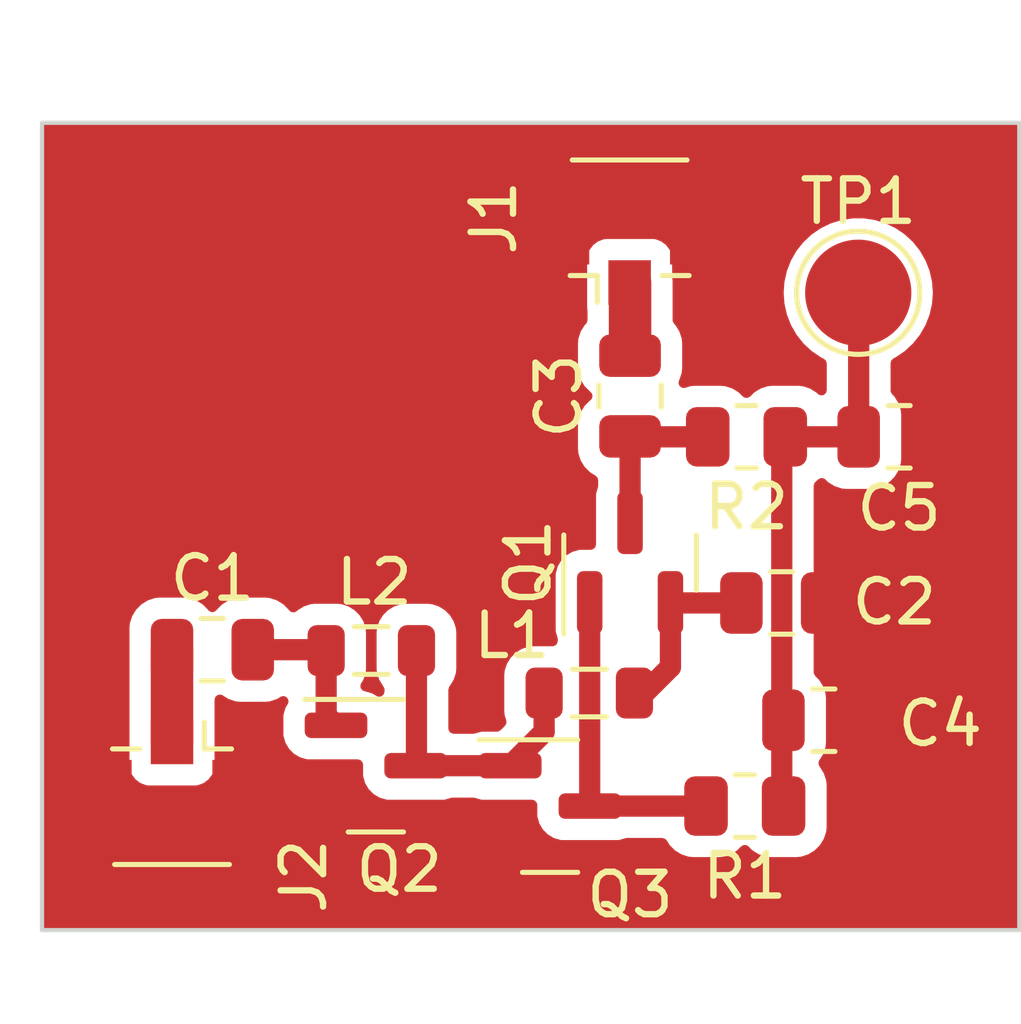
<source format=kicad_pcb>
(kicad_pcb (version 20221018) (generator pcbnew)
  (layers (0 "F.Cu" signal) (31 "B.Cu" signal) (34 "B.Paste" user) (35 "F.Paste" user) (36 "B.SilkS" user "B.Silkscreen") (37 "F.SilkS" user "F.Silkscreen") (38 "B.Mask" user) (39 "F.Mask" user) (44 "Edge.Cuts" user))
  (net 0 "")
  (net 1 "Net-(J2-In)")
  (net 2 "Net-(Q2-B)")
  (net 3 "Net-(Q1-E)")
  (net 4 "Earth")
  (net 5 "Net-(Q1-C)")
  (net 6 "Net-(J1-In)")
  (net 7 "Net-(C4-Pad2)")
  (net 8 "Net-(Q2-C)")
  (net 9 "Net-(Q1-B)")
  (footprint "Package_TO_SOT_SMD:SOT-23" (layer "F.Cu") (at 98.84 68.35 90)
    (fp_text reference "Q1" (at 0 -2.4 90) (layer "F.SilkS"))
    (fp_text value "BC848")
    (fp_line (start 0 -1.56) (end -1.675 -1.56) (stroke (width 0.12)) (layer "F.SilkS"))
    (fp_line (start 0 -1.56) (end 0.65 -1.56) (stroke (width 0.12)) (layer "F.SilkS"))
    (fp_line (start 0 1.56) (end -0.65 1.56) (stroke (width 0.12)) (layer "F.SilkS"))
    (fp_line (start 0 1.56) (end 0.65 1.56) (stroke (width 0.12)) (layer "F.SilkS"))
    (pad "1" smd roundrect (at -0.9375 -0.95 90) (size 1.475 0.6) (layers "F.Cu" "F.Paste" "F.Mask") (net 9 "Net-(Q1-B)"))
    (pad "2" smd roundrect (at -0.9375 0.95 90) (size 1.475 0.6) (layers "F.Cu" "F.Paste" "F.Mask") (net 3 "Net-(Q1-E)"))
    (pad "3" smd roundrect (at 0.9375 0 90) (size 1.475 0.6) (layers "F.Cu" "F.Paste" "F.Mask") (net 5 "Net-(Q1-C)"))
  )
  (footprint "Capacitor_SMD:C_0805_2012Metric" (layer "F.Cu") (at 103.4 72.06 180)
    (fp_text reference "C4" (at -2.74 -0.08) (layer "F.SilkS"))
    (fp_text value "104")
    (fp_line (start -0.261252 -0.735) (end 0.261252 -0.735) (stroke (width 0.12)) (layer "F.SilkS"))
    (fp_line (start -0.261252 0.735) (end 0.261252 0.735) (stroke (width 0.12)) (layer "F.SilkS"))
    (pad "1" smd roundrect (at -0.95 0 180) (size 1 1.45) (layers "F.Cu" "F.Paste" "F.Mask") (net 4 "Earth"))
    (pad "2" smd roundrect (at 0.95 0 180) (size 1 1.45) (layers "F.Cu" "F.Paste" "F.Mask") (net 7 "Net-(C4-Pad2)"))
  )
  (footprint "Connector_Coaxial:U.FL_Hirose_U.FL-R-SMT-1_Vertical" (layer "F.Cu") (at 98.83 60.71 90)
    (fp_text reference "J1" (at 0.475 -3.2 90) (layer "F.SilkS"))
    (fp_text value "Conn_Coaxial")
    (fp_line (start -0.885 -1.4) (end -0.885 -0.76) (stroke (width 0.12)) (layer "F.SilkS"))
    (fp_line (start -0.885 -0.76) (end -1.515 -0.76) (stroke (width 0.12)) (layer "F.SilkS"))
    (fp_line (start -0.885 1.4) (end -0.885 0.76) (stroke (width 0.12)) (layer "F.SilkS"))
    (fp_line (start 1.835 -1.35) (end 1.835 1.35) (stroke (width 0.12)) (layer "F.SilkS"))
    (pad "1" smd rect (at -1.05 0 90) (size 1.05 1) (layers "F.Cu" "F.Paste" "F.Mask") (net 6 "Net-(J1-In)"))
    (pad "2" smd rect (at 0.475 -1.475 90) (size 2.2 1.05) (layers "F.Cu" "F.Paste" "F.Mask") (net 4 "Earth"))
    (pad "2" smd rect (at 0.475 1.475 90) (size 2.2 1.05) (layers "F.Cu" "F.Paste" "F.Mask") (net 4 "Earth"))
  )
  (footprint "Capacitor_SMD:C_0805_2012Metric" (layer "F.Cu") (at 98.84 64.43 90)
    (fp_text reference "C3" (at 0 -1.68 90) (layer "F.SilkS"))
    (fp_text value "104")
    (fp_line (start -0.261252 -0.735) (end 0.261252 -0.735) (stroke (width 0.12)) (layer "F.SilkS"))
    (fp_line (start -0.261252 0.735) (end 0.261252 0.735) (stroke (width 0.12)) (layer "F.SilkS"))
    (pad "1" smd roundrect (at -0.95 0 90) (size 1 1.45) (layers "F.Cu" "F.Paste" "F.Mask") (net 5 "Net-(Q1-C)"))
    (pad "2" smd roundrect (at 0.95 0 90) (size 1 1.45) (layers "F.Cu" "F.Paste" "F.Mask") (net 6 "Net-(J1-In)"))
  )
  (footprint "Resistor_SMD:R_0805_2012Metric" (layer "F.Cu") (at 101.58 65.39 180)
    (fp_text reference "R2" (at 0 -1.65) (layer "F.SilkS"))
    (fp_text value "152")
    (fp_line (start -0.227064 -0.735) (end 0.227064 -0.735) (stroke (width 0.12)) (layer "F.SilkS"))
    (fp_line (start -0.227064 0.735) (end 0.227064 0.735) (stroke (width 0.12)) (layer "F.SilkS"))
    (pad "1" smd roundrect (at -0.9125 0 180) (size 1.025 1.4) (layers "F.Cu" "F.Paste" "F.Mask") (roundrect_rratio 0.243902439) (net 7 "Net-(C4-Pad2)"))
    (pad "2" smd roundrect (at 0.9125 0 180) (size 1.025 1.4) (layers "F.Cu" "F.Paste" "F.Mask") (roundrect_rratio 0.243902439) (net 5 "Net-(Q1-C)"))
  )
  (footprint "Resistor_SMD:R_0805_2012Metric" (layer "F.Cu") (at 101.54 74.08 180)
    (fp_text reference "R1" (at 0 -1.65) (layer "F.SilkS"))
    (fp_text value "512")
    (fp_line (start -0.227064 -0.735) (end 0.227064 -0.735) (stroke (width 0.12)) (layer "F.SilkS"))
    (fp_line (start -0.227064 0.735) (end 0.227064 0.735) (stroke (width 0.12)) (layer "F.SilkS"))
    (pad "1" smd roundrect (at -0.9125 0 180) (size 1.025 1.4) (layers "F.Cu" "F.Paste" "F.Mask") (roundrect_rratio 0.243902439) (net 7 "Net-(C4-Pad2)"))
    (pad "2" smd roundrect (at 0.9125 0 180) (size 1.025 1.4) (layers "F.Cu" "F.Paste" "F.Mask") (roundrect_rratio 0.243902439) (net 9 "Net-(Q1-B)"))
  )
  (footprint "Inductor_SMD:L_0805_2012Metric" (layer "F.Cu") (at 92.75 70.42 180)
    (fp_text reference "L2" (at -0.07 1.61) (layer "F.SilkS"))
    (fp_text value "104")
    (fp_line (start -0.399622 -0.56) (end 0.399622 -0.56) (stroke (width 0.12)) (layer "F.SilkS"))
    (fp_line (start -0.399622 0.56) (end 0.399622 0.56) (stroke (width 0.12)) (layer "F.SilkS"))
    (pad "1" smd roundrect (at -1.0625 0 180) (size 0.875 1.2) (layers "F.Cu" "F.Paste" "F.Mask") (net 8 "Net-(Q2-C)"))
    (pad "2" smd roundrect (at 1.0625 0 180) (size 0.875 1.2) (layers "F.Cu" "F.Paste" "F.Mask") (net 2 "Net-(Q2-B)"))
  )
  (footprint "Package_TO_SOT_SMD:SOT-23" (layer "F.Cu") (at 96.9575 74.08)
    (fp_text reference "Q3" (at 1.8825 2.09) (layer "F.SilkS"))
    (fp_text value "BC848")
    (fp_line (start 0 -1.56) (end -1.675 -1.56) (stroke (width 0.12)) (layer "F.SilkS"))
    (fp_line (start 0 -1.56) (end 0.65 -1.56) (stroke (width 0.12)) (layer "F.SilkS"))
    (fp_line (start 0 1.56) (end -0.65 1.56) (stroke (width 0.12)) (layer "F.SilkS"))
    (fp_line (start 0 1.56) (end 0.65 1.56) (stroke (width 0.12)) (layer "F.SilkS"))
    (pad "1" smd roundrect (at -0.9375 -0.95) (size 1.475 0.6) (layers "F.Cu" "F.Paste" "F.Mask") (net 8 "Net-(Q2-C)"))
    (pad "2" smd roundrect (at -0.9375 0.95) (size 1.475 0.6) (layers "F.Cu" "F.Paste" "F.Mask") (net 4 "Earth"))
    (pad "3" smd roundrect (at 0.9375 0) (size 1.475 0.6) (layers "F.Cu" "F.Paste" "F.Mask") (net 9 "Net-(Q1-B)"))
  )
  (footprint "Package_TO_SOT_SMD:SOT-23" (layer "F.Cu") (at 92.8575 73.13)
    (fp_text reference "Q2" (at 0.5525 2.44) (layer "F.SilkS"))
    (fp_text value "BC848")
    (fp_line (start 0 -1.56) (end -1.675 -1.56) (stroke (width 0.12)) (layer "F.SilkS"))
    (fp_line (start 0 -1.56) (end 0.65 -1.56) (stroke (width 0.12)) (layer "F.SilkS"))
    (fp_line (start 0 1.56) (end -0.65 1.56) (stroke (width 0.12)) (layer "F.SilkS"))
    (fp_line (start 0 1.56) (end 0.65 1.56) (stroke (width 0.12)) (layer "F.SilkS"))
    (pad "1" smd roundrect (at -0.9375 -0.95) (size 1.475 0.6) (layers "F.Cu" "F.Paste" "F.Mask") (net 2 "Net-(Q2-B)"))
    (pad "2" smd roundrect (at -0.9375 0.95) (size 1.475 0.6) (layers "F.Cu" "F.Paste" "F.Mask") (net 4 "Earth"))
    (pad "3" smd roundrect (at 0.9375 0) (size 1.475 0.6) (layers "F.Cu" "F.Paste" "F.Mask") (net 8 "Net-(Q2-C)"))
  )
  (footprint "TestPoint:TestPoint_Pad_D2.5mm" (layer "F.Cu") (at 104.21 62)
    (fp_text reference "TP1" (at 0 -2.148) (layer "F.SilkS"))
    (fp_text value "TestPoint")
    (fp_circle (center 0 0) (end 0 1.45) (stroke (width 0.12)) (fill none) (layer "F.SilkS"))
    (pad "1" smd circle (at 0 0) (size 2.5 2.5) (layers "F.Cu" "F.Mask") (net 7 "Net-(C4-Pad2)"))
  )
  (footprint "Connector_Coaxial:U.FL_Hirose_U.FL-R-SMT-1_Vertical" (layer "F.Cu") (at 88.06 73.62 -90)
    (fp_text reference "J2" (at 2.11 -3.1 90) (layer "F.SilkS"))
    (fp_text value "Conn_Coaxial")
    (fp_line (start -0.885 -1.4) (end -0.885 -0.76) (stroke (width 0.12)) (layer "F.SilkS"))
    (fp_line (start -0.885 -0.76) (end -1.515 -0.76) (stroke (width 0.12)) (layer "F.SilkS"))
    (fp_line (start -0.885 1.4) (end -0.885 0.76) (stroke (width 0.12)) (layer "F.SilkS"))
    (fp_line (start 1.835 -1.35) (end 1.835 1.35) (stroke (width 0.12)) (layer "F.SilkS"))
    (pad "1" smd rect (at -1.05 0 270) (size 1.05 1) (layers "F.Cu" "F.Paste" "F.Mask") (net 1 "Net-(J2-In)"))
    (pad "2" smd rect (at 0.475 -1.475 270) (size 2.2 1.05) (layers "F.Cu" "F.Paste" "F.Mask") (net 4 "Earth"))
    (pad "2" smd rect (at 0.475 1.475 270) (size 2.2 1.05) (layers "F.Cu" "F.Paste" "F.Mask") (net 4 "Earth"))
  )
  (footprint "Capacitor_SMD:C_0805_2012Metric" (layer "F.Cu") (at 102.41 69.3)
    (fp_text reference "C2" (at 2.65 -0.02) (layer "F.SilkS"))
    (fp_text value "104")
    (fp_line (start -0.261252 -0.735) (end 0.261252 -0.735) (stroke (width 0.12)) (layer "F.SilkS"))
    (fp_line (start -0.261252 0.735) (end 0.261252 0.735) (stroke (width 0.12)) (layer "F.SilkS"))
    (pad "1" smd roundrect (at -0.95 0) (size 1 1.45) (layers "F.Cu" "F.Paste" "F.Mask") (net 3 "Net-(Q1-E)"))
    (pad "2" smd roundrect (at 0.95 0) (size 1 1.45) (layers "F.Cu" "F.Paste" "F.Mask") (net 4 "Earth"))
  )
  (footprint "Capacitor_SMD:C_0805_2012Metric" (layer "F.Cu") (at 89.01 70.4)
    (fp_text reference "C1" (at 0 -1.68) (layer "F.SilkS"))
    (fp_text value "104")
    (fp_line (start -0.261252 -0.735) (end 0.261252 -0.735) (stroke (width 0.12)) (layer "F.SilkS"))
    (fp_line (start -0.261252 0.735) (end 0.261252 0.735) (stroke (width 0.12)) (layer "F.SilkS"))
    (pad "1" smd roundrect (at -0.95 0) (size 1 1.45) (layers "F.Cu" "F.Paste" "F.Mask") (net 1 "Net-(J2-In)"))
    (pad "2" smd roundrect (at 0.95 0) (size 1 1.45) (layers "F.Cu" "F.Paste" "F.Mask") (net 2 "Net-(Q2-B)"))
  )
  (footprint "Capacitor_SMD:C_0805_2012Metric" (layer "F.Cu") (at 105.17 65.39 180)
    (fp_text reference "C5" (at 0 -1.68) (layer "F.SilkS"))
    (fp_text value "104")
    (fp_line (start -0.261252 -0.735) (end 0.261252 -0.735) (stroke (width 0.12)) (layer "F.SilkS"))
    (fp_line (start -0.261252 0.735) (end 0.261252 0.735) (stroke (width 0.12)) (layer "F.SilkS"))
    (pad "1" smd roundrect (at -0.95 0 180) (size 1 1.45) (layers "F.Cu" "F.Paste" "F.Mask") (net 4 "Earth"))
    (pad "2" smd roundrect (at 0.95 0 180) (size 1 1.45) (layers "F.Cu" "F.Paste" "F.Mask") (net 7 "Net-(C4-Pad2)"))
  )
  (footprint "Inductor_SMD:L_0805_2012Metric" (layer "F.Cu") (at 97.88 71.42 180)
    (fp_text reference "L1" (at 1.82 1.35) (layer "F.SilkS"))
    (fp_text value "104")
    (fp_line (start -0.399622 -0.56) (end 0.399622 -0.56) (stroke (width 0.12)) (layer "F.SilkS"))
    (fp_line (start -0.399622 0.56) (end 0.399622 0.56) (stroke (width 0.12)) (layer "F.SilkS"))
    (pad "1" smd roundrect (at -1.0625 0 180) (size 0.875 1.2) (layers "F.Cu" "F.Paste" "F.Mask") (net 3 "Net-(Q1-E)"))
    (pad "2" smd roundrect (at 1.0625 0 180) (size 0.875 1.2) (layers "F.Cu" "F.Paste" "F.Mask") (net 8 "Net-(Q2-C)"))
  )
  (gr_line (start 108 77) (end 85 77) (stroke (width 0.1)) (layer "Edge.Cuts"))
  (gr_line (start 108 58) (end 108 77) (stroke (width 0.1)) (layer "Edge.Cuts"))
  (gr_line (start 85 58) (end 108 58) (stroke (width 0.1)) (layer "Edge.Cuts"))
  (gr_line (start 85 77) (end 85 58) (stroke (width 0.1)) (layer "Edge.Cuts"))
  (segment (start 88.06 70.4) (end 88.06 72.57) (width 1) (layer "F.Cu") (net 1))
  (segment (start 89.96 70.4) (end 91.6675 70.4) (width 0.5) (layer "F.Cu") (net 2))
  (segment (start 91.6675 70.4) (end 91.6875 70.42) (width 0.5) (layer "F.Cu") (net 2))
  (segment (start 91.6875 70.42) (end 91.6875 71.9475) (width 0.5) (layer "F.Cu") (net 2))
  (segment (start 91.6875 71.9475) (end 91.92 72.18) (width 0.5) (layer "F.Cu") (net 2))
  (segment (start 101.46 69.3) (end 99.8025 69.3) (width 0.5) (layer "F.Cu") (net 3))
  (segment (start 99.79 70.81) (end 99.79 69.2875) (width 0.5) (layer "F.Cu") (net 3))
  (segment (start 99.18 71.42) (end 99.79 70.81) (width 0.5) (layer "F.Cu") (net 3))
  (segment (start 99.8025 69.3) (end 99.79 69.2875) (width 0.5) (layer "F.Cu") (net 3))
  (segment (start 98.9425 71.42) (end 99.18 71.42) (width 0.5) (layer "F.Cu") (net 3))
  (segment (start 98.84 67.4125) (end 98.84 65.38) (width 0.5) (layer "F.Cu") (net 5))
  (segment (start 98.85 65.39) (end 98.84 65.38) (width 0.5) (layer "F.Cu") (net 5))
  (segment (start 100.6675 65.39) (end 98.85 65.39) (width 0.5) (layer "F.Cu") (net 5))
  (segment (start 98.84 61.78) (end 98.82 61.76) (width 0.5) (layer "F.Cu") (net 6))
  (segment (start 98.84 63.48) (end 98.84 61.78) (width 1) (layer "F.Cu") (net 6))
  (segment (start 102.4925 65.39) (end 102.41 65.4725) (width 0.5) (layer "F.Cu") (net 7))
  (segment (start 104.22 65.39) (end 104.22 62.01) (width 0.5) (layer "F.Cu") (net 7))
  (segment (start 102.41 65.4725) (end 102.41 74.0375) (width 0.5) (layer "F.Cu") (net 7))
  (segment (start 102.41 74.0375) (end 102.4525 74.08) (width 0.5) (layer "F.Cu") (net 7))
  (segment (start 102.4925 65.39) (end 104.22 65.39) (width 0.5) (layer "F.Cu") (net 7))
  (segment (start 104.22 62.01) (end 104.21 62) (width 0.5) (layer "F.Cu") (net 7))
  (segment (start 93.8125 73.1125) (end 93.795 73.13) (width 0.5) (layer "F.Cu") (net 8))
  (segment (start 93.8125 70.42) (end 93.8125 73.1125) (width 0.5) (layer "F.Cu") (net 8))
  (segment (start 96.02 73.13) (end 93.795 73.13) (width 0.5) (layer "F.Cu") (net 8))
  (segment (start 96.8175 72.3325) (end 96.02 73.13) (width 0.5) (layer "F.Cu") (net 8))
  (segment (start 96.8175 71.42) (end 96.8175 72.3325) (width 0.5) (layer "F.Cu") (net 8))
  (segment (start 97.89 69.2875) (end 97.89 74.075) (width 0.5) (layer "F.Cu") (net 9))
  (segment (start 97.89 74.075) (end 97.895 74.08) (width 0.5) (layer "F.Cu") (net 9))
  (segment (start 97.895 74.08) (end 100.6275 74.08) (width 0.5) (layer "F.Cu") (net 9))
  (zone (net 4) (net_name "Earth") (layer "F.Cu") (connect_pads yes (clearance 0.5)) (min_thickness 0.25) (fill yes (thermal_gap 0.5) (thermal_bridge_width 0.5))
    (polygon (pts (xy 85 58) (xy 108 58) (xy 108 77) (xy 85 77)))
  )
)
</source>
